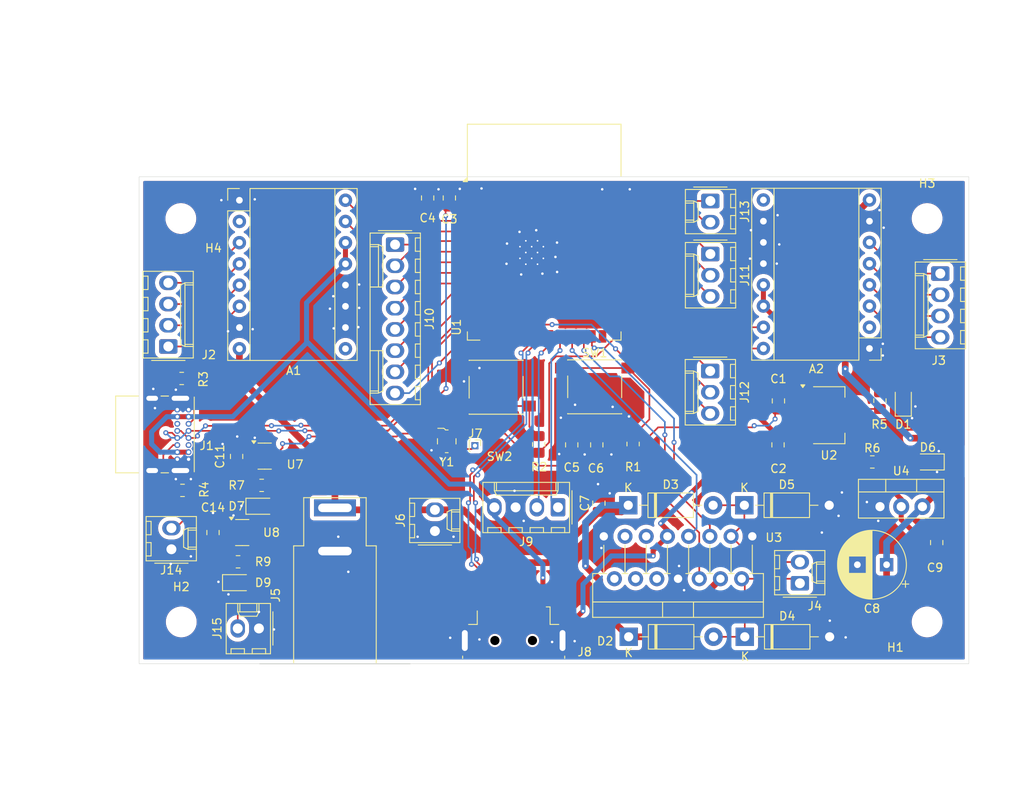
<source format=kicad_pcb>
(kicad_pcb (version 20241229) (generator "pcbnew") (generator_version "9.0")
  (layers (0 "F.Cu" signal) (2 "B.Cu" signal) (13 "F.Paste" user) (15 "B.Paste" user) (5 "F.SilkS" user "F.Silkscreen") (7 "B.SilkS" user "B.Silkscreen") (1 "F.Mask" user) (3 "B.Mask" user) (25 "Edge.Cuts" user))
  (net 0 "")
  (net 1 "Net-(A1-A1)")
  (net 2 "/Swivel Dir")
  (net 3 "GND")
  (net 4 "Net-(A1-B2)")
  (net 6 "+5V")
  (net 7 "/Swivel Step")
  (net 8 "Net-(A1-B1)")
  (net 9 "+12V")
  (net 11 "Net-(A2-B2)")
  (net 12 "/Supply Step")
  (net 15 "/Supply Dir")
  (net 16 "Net-(A2-A2)")
  (net 17 "Net-(A2-B1)")
  (net 18 "Net-(A2-A1)")
  (net 19 "+3.3V")
  (net 20 "EN")
  (net 21 "Net-(D1-A)")
  (net 22 "Net-(D2-A)")
  (net 23 "Net-(D3-A)")
  (net 24 "Net-(D6-A)")
  (net 26 "D+")
  (net 27 "D-")
  (net 28 "Net-(J1-CC2)")
  (net 29 "Net-(J1-CC1)")
  (net 31 "Net-(J7-Pin_1)")
  (net 32 "/Camera D-")
  (net 33 "/Camera D+")
  (net 34 "/TOF TX")
  (net 35 "/TOF RX")
  (net 36 "/pin 33")
  (net 37 "/pin 34")
  (net 38 "/pin 35")
  (net 39 "BOOT")
  (net 40 "Net-(R2-Pad2)")
  (net 41 "/Ejection IN1")
  (net 42 "/Ejection IN2")
  (net 43 "/Ejection PWM")
  (net 49 "Net-(A1-A2)")
  (net 52 "unconnected-(U1-IO46-Pad16)")
  (net 53 "/pin 30")
  (net 54 "/pin 29")
  (net 55 "/pin 28")
  (net 56 "unconnected-(U1-IO45-Pad26)")
  (net 57 "unconnected-(U1-IO9-Pad17)")
  (net 58 "unconnected-(U1-IO10-Pad18)")
  (net 59 "/pin 10")
  (net 60 "/pin 11")
  (net 61 "/pin 6")
  (net 62 "/pin 7")
  (net 63 "/pin 8")
  (net 64 "/pin 9")
  (net 65 "/pin 12")
  (net 66 "/pin 15")
  (net 67 "/pin 39")
  (net 68 "/pin 40")
  (net 69 "+2.7V")
  (net 70 "+1.2V")
  (net 71 "Net-(D7-A)")
  (net 72 "Net-(D9-A)")
  (footprint "Connector_Molex:Molex_KK-254_AE-6410-02A_1x02_P2.54mm_Vertical" (layer "F.Cu") (at 102.02 101 90)
    (property "Reference" "J14")
    (property "Value" "Conn_01x02")
  )
  (footprint "LED_SMD:LED_0805_2012Metric_Pad1.15x1.40mm_HandSolder" (layer "F.Cu") (at 112.8 95.85)
    (property "Reference" "D7")
    (property "Value" "2.7VLED")
  )
  (footprint "Capacitor_SMD:C_0805_2012Metric_Pad1.18x1.45mm_HandSolder" (layer "F.Cu") (at 132.7 58.9375 90)
    (property "Reference" "C4")
    (property "Value" "100nF")
  )
  (footprint "Capacitor_SMD:C_0805_2012Metric_Pad1.18x1.45mm_HandSolder" (layer "F.Cu") (at 174.7 83.2375 90)
    (property "Reference" "C1")
    (property "Value" "22uF")
  )
  (footprint "Package_TO_SOT_SMD:SOT-23-3" (layer "F.Cu") (at 110.5 99)
    (property "Reference" "U8")
    (property "Value" "XC6206P122MR-G")
  )
  (footprint "Diode_THT:D_DO-41_SOD81_P10.16mm_Horizontal" (layer "F.Cu") (at 170.62 95.73)
    (property "Reference" "D5")
    (property "Value" "1N4001")
  )
  (footprint "Capacitor_SMD:C_0805_2012Metric_Pad1.18x1.45mm_HandSolder" (layer "F.Cu") (at 193.65 100.2 -90)
    (property "Reference" "C9")
    (property "Value" "1uF")
  )
  (footprint "Package_TO_SOT_THT:TO-220-3_Vertical" (layer "F.Cu") (at 186.86 95.895)
    (property "Reference" "U4")
    (property "Value" "LM7905_TO220")
  )
  (footprint "Resistor_SMD:R_0805_2012Metric_Pad1.20x1.40mm_HandSolder" (layer "F.Cu") (at 112.825 93.35)
    (property "Reference" "R7")
    (property "Value" "5k")
  )
  (footprint "RF_Module:ESP32-S3-WROOM-1" (layer "F.Cu") (at 146.655 63.01)
    (property "Reference" "U1")
    (property "Value" "ESP32-S3-WROOM-1")
  )
  (footprint "MountingHole:MountingHole_3.2mm_M3" (layer "F.Cu") (at 192.5 61.4)
    (property "Reference" "H3")
    (property "Value" "MountingHole")
  )
  (footprint "Connector_Molex:Molex_KK-254_AE-6410-02A_1x02_P2.54mm_Vertical" (layer "F.Cu") (at 133.57 98.82 90)
    (property "Reference" "J6")
    (property "Value" "Conn_01x02")
  )
  (footprint "Capacitor_THT:CP_Radial_D8.0mm_P3.50mm" (layer "F.Cu") (at 187.65 102.85 180)
    (property "Reference" "C8")
    (property "Value" "470uF")
  )
  (footprint "MountingHole:MountingHole_3.2mm_M3" (layer "F.Cu") (at 192.5 109.7)
    (property "Reference" "H1")
    (property "Value" "MountingHole")
  )
  (footprint "MountingHole:MountingHole_3.2mm_M3" (layer "F.Cu") (at 103.15 61.4)
    (property "Reference" "H4")
    (property "Value" "MountingHole")
  )
  (footprint "Connector_Molex:Molex_KK-254_AE-6410-04A_1x04_P2.54mm_Vertical" (layer "F.Cu") (at 101.65 76.72 90)
    (property "Reference" "J2")
    (property "Value" "Swivel Motor")
  )
  (footprint "LED_SMD:LED_0805_2012Metric_Pad1.15x1.40mm_HandSolder" (layer "F.Cu") (at 189.65 83.2 90)
    (property "Reference" "D1")
    (property "Value" "3.3VLED")
  )
  (footprint "Connector_PinHeader_1.00mm:PinHeader_1x01_P1.00mm_Vertical" (layer "F.Cu") (at 138.36 88.6 -90)
    (property "Reference" "J7")
    (property "Value" "Conn_01x01_Pin")
  )
  (footprint "Package_TO_SOT_SMD:SOT-223-3_TabPin2" (layer "F.Cu") (at 180.75 84.95)
    (property "Reference" "U2")
    (property "Value" "AMS1117-3.3")
  )
  (footprint "Package_TO_SOT_THT:TO-220-15_P2.54x5.08mm_StaggerOdd_Lead4.58mm_Vertical" (layer "F.Cu") (at 171.57 99.45 180)
    (property "Reference" "U3")
    (property "Value" "L298N")
  )
  (footprint "Module:Pololu_Breakout-16_15.2x20.3mm" (layer "F.Cu") (at 185.6 76.96 180)
    (property "Reference" "A2")
    (property "Value" "Pololu_Breakout_DRV8825")
  )
  (footprint "Connector_Molex:Molex_KK-254_AE-6410-04A_1x04_P2.54mm_Vertical" (layer "F.Cu") (at 194.08 67.99 -90)
    (property "Reference" "J3")
    (property "Value" "Supply Motor")
  )
  (footprint "Resistor_SMD:R_0805_2012Metric_Pad1.20x1.40mm_HandSolder" (layer "F.Cu") (at 110 102.5)
    (property "Reference" "R9")
    (property "Value" "5k")
  )
  (footprint "Connector_USB:USB_A_Molex_48037-2200_Horizontal" (layer "F.Cu") (at 143 120.3 -90)
    (property "Reference" "J8")
    (property "Value" "USB_A")
  )
  (footprint "Capacitor_SMD:C_0805_2012Metric_Pad1.18x1.45mm_HandSolder" (layer "F.Cu") (at 109.825 89.8875 90)
    (property "Reference" "C11")
    (property "Value" "10uF")
  )
  (footprint "Capacitor_SMD:C_0805_2012Metric_Pad1.18x1.45mm_HandSolder" (layer "F.Cu") (at 149.95 88.5 -90)
    (property "Reference" "C5")
    (property "Value" "1uF")
  )
  (footprint "Connector_Molex:Molex_KK-254_AE-6410-08A_1x08_P2.54mm_Vertical" (layer "F.Cu") (at 128.8 64.52 -90)
    (property "Reference" "J10")
    (property "Value" "Conn_01x08")
  )
  (footprint "Resistor_SMD:R_0805_2012Metric_Pad1.20x1.40mm_HandSolder" (layer "F.Cu") (at 103.25 80.55 180)
    (property "Reference" "R3")
    (property "Value" "5.1k")
  )
  (footprint "Resistor_SMD:R_0805_2012Metric_Pad1.20x1.40mm_HandSolder" (layer "F.Cu") (at 185.94 90.545)
    (property "Reference" "R6")
    (property "Value" "5k")
  )
  (footprint "LED_SMD:LED_0805_2012Metric_Pad1.15x1.40mm_HandSolder" (layer "F.Cu") (at 110 105)
    (property "Reference" "D9")
    (property "Value" "1.2VLED")
  )
  (footprint "Module:Pololu_Breakout-16_15.2x20.3mm" (layer "F.Cu") (at 110.16 59.21)
    (property "Reference" "A1")
    (property "Value" "Pololu_Breakout_DRV8825")
  )
  (footprint "Capacitor_SMD:C_0805_2012Metric_Pad1.18x1.45mm_HandSolder" (layer "F.Cu") (at 153.2 95.48 90)
    (property "Reference" "C7")
    (property "Value" "220uF")
  )
  (footprint "Connector_Molex:Molex_KK-254_AE-6410-04A_1x04_P2.54mm_Vertical" (layer "F.Cu") (at 148.31 95.98 180)
    (property "Reference" "J9")
    (property "Value" "Conn_01x04")
  )
  (footprint "Connector_BarrelJack:BarrelJack_SwitchcraftConxall_RAPC10U_Horizontal" (layer "F.Cu") (at 121.6 96.04 90)
    (property "Reference" "J5")
    (property "Value" "12V IN")
    (fp_line (start -18.67 -9) (end -18.67 9) (stroke (width 0.12)) (layer "Edge.Cuts"))
  )
  (footprint "Package_TO_SOT_SMD:SOT-23-3" (layer "F.Cu") (at 113.1875 89.85)
    (property "Reference" "U7")
    (property "Value" "XC6206P272MR-G")
  )
  (footprint "Connector_USB:USB_C_Receptacle_GCT_USB4085" (layer "F.Cu") (at 104.075 84.275 -90)
    (property "Reference" "J1")
    (property "Value" "USB_C_Receptacle_USB2.0_16P")
  )
  (footprint "Button_Switch_SMD:SW_SPST_PTS645" (layer "F.Cu") (at 140.9 81.6 180)
    (property "Reference" "SW2")
    (property "Value" "BOOT")
  )
  (footprint "Resistor_SMD:R_0805_2012Metric_Pad1.20x1.40mm_HandSolder" (layer "F.Cu") (at 103.35 93.95)
    (property "Reference" "R4")
    (property "Value" "5.1k")
  )
  (footprint "Connector_Molex:Molex_KK-254_AE-6410-03A_1x03_P2.54mm_Vertical" (layer "F.Cu") (at 166.53 79.66 -90)
    (property "Reference" "J12")
    (property "Value" "Conn_01x03")
  )
  (footprint "Diode_THT:D_DO-41_SOD81_P10.16mm_Horizontal" (layer "F.Cu") (at 156.72 95.73)
    (property "Reference" "D3")
    (property "Value" "1N4001")
  )
  (footprint "Capacitor_SMD:C_0805_2012Metric_Pad1.18x1.45mm_HandSolder" (layer "F.Cu") (at 107 99 90)
    (property "Reference" "C14")
    (property "Value" "10uF")
  )
  (footprint "Connector_Molex:Molex_KK-254_AE-6410-03A_1x03_P2.54mm_Vertical" (layer "F.Cu") (at 166.55 65.65 -90)
    (property "Reference" "J11")
    (property "Value" "Conn_01x03")
  )
  (footprint "Diode_THT:D_DO-41_SOD81_P10.16mm_Horizontal" (layer "F.Cu") (at 170.67 111.48)
    (property "Reference" "D4")
    (property "Value" "1N4001")
  )
  (footprint "Oscillator:Oscillator_SMD_ECS_2520MV-xxx-xx-4Pin_2.5x2.0mm" (layer "F.Cu") (at 134.985 88.075)
    (property "Reference" "Y1")
    (property "Value" "ECS-2520MV-xxx-xx")
  )
  (footprint "Resistor_SMD:R_0805_2012Metric_Pad1.20x1.40mm_HandSolder" (layer "F.Cu") (at 157.3 88.4 90)
    (property "Reference" "R1")
    (property "Value" "10k")
  )
  (footprint "Connector_Molex:Molex_KK-254_AE-6410-02A_1x02_P2.54mm_Vertical" (layer "F.Cu") (at 166.55 59.3 -90)
    (property "Reference" "J13")
    (property "Value" "Conn_01x02")
  )
  (footprint "Capacitor_SMD:C_0805_2012Metric_Pad1.18x1.45mm_HandSolder" (layer "F.Cu") (at 152.95 88.5 90)
    (property "Reference" "C6")
    (property "Value" "100nF")
  )
  (footprint "Capacitor_SMD:C_0805_2012Metric_Pad1.18x1.45mm_HandSolder" (layer "F.Cu") (at 135.3 58.9375 90)
    (property "Reference" "C3")
    (property "Value" "10uF")
  )
  (footprint "Capacitor_SMD:C_0805_2012Metric_Pad1.18x1.45mm_HandSolder" (layer "F.Cu") (at 174.65 88.5 -90)
    (property "Reference" "C2")
    (property "Value" "10uF")
  )
  (footprint "MountingHole:MountingHole_3.2mm_M3" (layer "F.Cu") (at 103.2 109.7)
    (property "Reference" "H2")
    (property "Value" "MountingHole")
  )
  (footprint "Resistor_SMD:R_0805_2012Metric_Pad1.20x1.40mm_HandSolder" (layer "F.Cu") (at 186.85 83.2 90)
    (property "Reference" "R5")
    (property "Value" "5k")
  )
  (footprint "Resistor_SMD:R_0805_2012Metric_Pad1.20x1.40mm_HandSolder" (layer "F.Cu") (at 146 88.45 90)
    (property "Reference" "R2")
    (property "Value" "100")
  )
  (footprint "Connector_Molex:Molex_KK-254_AE-6410-02A_1x02_P2.54mm_Vertical" (layer "F.Cu") (at 112.5 110.48 180)
    (property "Reference" "J15")
    (property "Value" "Conn_01x02")
  )
  (footprint "Diode_THT:D_DO-41_SOD81_P10.16mm_Horizontal" (layer "F.Cu") (at 156.77 111.48)
    (property "Reference" "D2")
    (property "Value" "1N4001")
  )
  (footprint "Connector_Molex:Molex_KK-254_AE-6410-02A_1x02_P2.54mm_Vertical" (layer "F.Cu") (at 177.27 105.07 90)
    (property "Reference" "J4")
    (property "Value" "Ejection Motor")
  )
  (footprint "Button_Switch_SMD:SW_SPST_PTS645" (layer "F.Cu") (at 152.7 81.55)
    (property "Reference" "SW1")
    (property "Value" "RESET")
  )
  (footprint "LED_SMD:LED_0805_2012Metric_Pad1.15x1.40mm_HandSolder" (layer "F.Cu") (at 192.69 90.545 180)
    (property "Reference" "D6")
    (property "Value" "5VLED")
  )
  (gr_rect (start 98.15 56.4) (end 197.5 114.7) (stroke (width 0.05)) (fill no) (layer "Edge.Cuts"))
  (segment (start 101.65 71.64) (end 105.35 71.64) (width 0.2) (layer "F.Cu") (net 1))
  (segment (start 105.35 71.64) (end 110.16 66.83) (width 0.2) (layer "F.Cu") (net 1))
  (segment (start 122.86 59.21) (end 125.33 61.68) (width 0.2) (layer "F.Cu") (net 2))
  (segment (start 125.33 61.68) (end 137.75 61.68) (width 0.2) (layer "F.Cu") (net 2))
  (via (at 156.8 85.1) (size 0.6) (drill 0.3) (layers "F.Cu" "B.Cu") (net 3))
  (via (at 148.45 89.6) (size 0.6) (drill 0.3) (layers "F.Cu" "B.Cu") (net 3))
  (via (at 143.7 63) (size 0.6) (drill 0.3) (layers "F.Cu" "B.Cu") (net 3))
  (via (at 135.4 111.6) (size 0.6) (drill 0.3) (layers "F.Cu" "B.Cu") (net 3))
  (via (at 139.15 57.8) (size 0.6) (drill 0.3) (layers "F.Cu" "B.Cu") (net 3))
  (via (at 144.2 97.6) (size 0.6) (drill 0.3) (layers "F.Cu" "B.Cu") (net 3))
  (via (at 171.4 62.8) (size 0.6) (drill 0.3) (layers "F.Cu" "B.Cu") (net 3))
  (via (at 131.2 57.85) (size 0.6) (drill 0.3) (layers "F.Cu" "B.Cu") (net 3))
  (via (at 151.5 89.65) (size 0.6) (drill 0.3) (layers "F.Cu" "B.Cu") (net 3))
  (via (at 99.85 81.8) (size 0.6) (drill 0.3) (layers "F.Cu" "B.Cu") (net 3))
  (via (at 121.4 70.7) (size 0.6) (drill 0.3) (layers "F.Cu" "B.Cu") (net 3))
  (via (at 185.29 95.345) (size 0.6) (drill 0.3) (layers "F.Cu" "B.Cu") (net 3))
  (via (at 174.5 66.8) (size 0.6) (drill 0.3) (layers "F.Cu" "B.Cu") (net 3))
  (via (at 108.15 88.4) (size 0.6) (drill 0.3) (layers "F.Cu" "B.Cu") (net 3))
  (via (at 150.35 83.7) (size 0.6) (drill 0.3) (layers "F.Cu" "B.Cu") (net 3))
  (via (at 124.5 69.3) (size 0.6) (drill 0.3) (layers "F.Cu" "B.Cu") (net 3))
  (via (at 134 57.9) (size 0.6) (drill 0.3) (layers "F.Cu" "B.Cu") (net 3))
  (via (at 163.4 105.9) (size 0.6) (drill 0.3) (layers "F.Cu" "B.Cu") (net 3))
  (via (at 138.9 79.3) (size 0.6) (drill 0.3) (layers "F.Cu" "B.Cu") (net 3))
  (via (at 153.5 100.85) (size 0.6) (drill 0.3) (layers "F.Cu" "B.Cu") (net 3))
  (via (at 148.189679 64.280497) (size 0.6) (drill 0.3) (layers "F.Cu" "B.Cu") (net 3))
  (via (at 154.5 94.3) (size 0.6) (drill 0.3) (layers "F.Cu" "B.Cu") (net 3))
  (via (at 107 96.65) (size 0.6) (drill 0.3) (layers "F.Cu" "B.Cu") (net 3))
  (via (at 136.55 57.85) (size 0.6) (drill 0.3) (layers "F.Cu" "B.Cu") (net 3))
  (via (at 156.9 57.9) (size 0.6) (drill 0.3) (layers "F.Cu" "B.Cu") (net 3))
  (via (at 143.9 68.1) (size 0.6) (drill 0.3) (layers "F.Cu" "B.Cu") (net 3))
  (via (at 101.95 102.75) (size 0.6) (drill 0.3) (layers "F.Cu" "B.Cu") (net 3))
  (via (at 143.1 94) (size 0.6) (drill 0.3) (layers "F.Cu" "B.Cu") (net 3))
  (via (at 142.2 64.4) (size 0.6) (drill 0.3) (layers "F.Cu" "B.Cu") (net 3))
  (via (at 102.55 92.6) (size 0.6) (drill 0.3) (layers "F.Cu" "B.Cu") (net 3))
  (via (at 108 59.2) (size 0.6) (drill 0.3) (layers "F.Cu" "B.Cu") (net 3))
  (via (at 124.5 72.1) (size 0.6) (drill 0.3) (layers "F.Cu" "B.Cu") (net 3))
  (via (at 186.65 97.6) (size 0.6) (drill 0.3) (layers "F.Cu" "B.Cu") (net 3))
  (via (at 187.3 62.5) (size 0.6) (drill 0.3) (layers "F.Cu" "B.Cu") (net 3))
  (via (at 137.05 80.9) (size 0.6) (drill 0.3) (layers "F.Cu" "B.Cu") (net 3))
  (via (at 180.85 109.55) (size 0.6) (drill 0.3) (layers "F.Cu" "B.Cu") (net 3))
  (via (at 114.3 110.6) (size 0.6) (drill 0.3) (layers "F.Cu" "B.Cu") (net 3))
  (via (at 108.85 106.4) (size 0.6) (drill 0.3) (layers "F.Cu" "B.Cu") (net 3))
  (via (at 131.5 99.5) (size 0.6) (drill 0.3) (layers "F.Cu" "B.Cu") (net 3))
  (via (at 179.9 99) (size 0.6) (drill 0.3) (layers "F.Cu" "B.Cu") (net 3))
  (via (at 121 72.2) (size 0.6) (drill 0.3) (layers "F.Cu" "B.Cu") (net 3))
  (via (at 148.2 67.8) (size 0.6) (drill 0.3) (layers "F.Cu" "B.Cu") (net 3))
  (via (at 112.5 108.5) (size 0.6) (drill 0.3) (layers "F.Cu" "B.Cu") (net 3))
  (via (at 148 66) (size 0.6) (drill 0.3) (layers "F.Cu" "B.Cu") (net 3))
  (via (at 135.8 99.5) (size 0.6) (drill 0.3) (layers "F.Cu" "B.Cu") (net 3))
  (via (at 181.9 97) (size 0.6) (drill 0.3) (layers "F.Cu" "B.Cu") (net 3))
  (via (at 111.75 74.65) (size 0.6) (drill 0.3) (layers "F.Cu" "B.Cu") (net 3))
  (via (at 109.45 96.95) (size 0.6) (drill 0.3) (layers "F.Cu" "B.Cu") (net 3))
  (via (at 121.45 74.55) (size 0.6) (drill 0.3) (layers "F.Cu" "B.Cu") (net 3))
  (via (at 145.7 62.8) (size 0.6) (drill 0.3) (layers "F.Cu" "B.Cu") (net 3))
  (via (at 124.4 74.4) (size 0.6) (drill 0.3) (layers "F.Cu" "B.Cu") (net 3))
  (via (at 142.140808 66.82018) (size 0.6) (drill 0.3) (layers "F.Cu" "B.Cu") (net 3))
  (via (at 104.35 92.6) (size 0.6) (drill 0.3) (layers "F.Cu" "B.Cu") (net 3))
  (via (at 190.7 85.3) (size 0.6) (drill 0.3) (layers "F.Cu" "B.Cu") (net 3))
  (via (at 154.7 89.65) (size 0.6) (drill 0.3) (layers "F.Cu" "B.Cu") (net 3))
  (via (at 193.69 91.745) (size 0.6) (drill 0.3) (layers "F.Cu" "B.Cu") (net 3))
  (via (at 102.55 81.9) (size 0.6) (drill 0.3) (layers "F.Cu" "B.Cu") (net 3))
  (via (at 104.35 101.85) (size 0.6) (drill 0.3) (layers "F.Cu" "B.Cu") (net 3))
  (via (at 182.75 111.55) (size 0.6) (drill 0.3) (layers "F.Cu" "B.Cu") (net 3))
  (via (at 138.9 111.8) (size 0.6) (drill 0.3) (layers "F.Cu" "B.Cu") (net 3))
  (via (at 187.2 76.4) (size 0.6) (drill 0.3) (layers "F.Cu" "B.Cu") (net 3))
  (via (at 134.36 90.15) (size 0.6) (drill 0.3) (layers "F.Cu" "B.Cu") (net 3))
  (via (at 148.65 85.25) (size 0.6) (drill 0.3) (layers "F.Cu" "B.Cu") (net 3))
  (via (at 153.6 57.9) (size 0.6) (drill 0.3) (layers "F.Cu" "B.Cu") (net 3))
  (via (at 100.05 84.1) (size 0.6) (drill 0.3) (layers "F.Cu" "B.Cu") (net 3))
  (via (at 193.9 89.25) (size 0.6) (drill 0.3) (layers "F.Cu" "B.Cu") (net 3))
  (via (at 110.4 95.8) (size 0.6) (drill 0.3) (layers "F.Cu" "B.Cu") (net 3))
  (via (at 122 99.5) (size 0.6) (drill 0.3) (layers "F.Cu" "B.Cu") (net 3))
  (via (at 154.85 83.95) (size 0.6) (drill 0.3) (layers "F.Cu" "B.Cu") (net 3))
  (via (at 162.8 103) (size 0.6) (drill 0.3) (layers "F.Cu" "B.Cu") (net 3))
  (via (at 123.2 103.7) (size 0.6) (drill 0.3) (layers "F.Cu" "B.Cu") (net 3))
  (via (at 182.3 94.2) (size 0.6) (drill 0.3) (layers "F.Cu" "B.Cu") (net 3))
  (via (at 187.2 77.8) (size 0.6) (drill 0.3) (layers "F.Cu" "B.Cu") (net 3))
  (via (at 146.440354 68.000447) (size 0.6) (drill 0.3) (layers "F.Cu" "B.Cu") (net 3))
  (via (at 112 87.65) (size 0.6) (drill 0.3) (layers "F.Cu" "B.Cu") (net 3))
  (via (at 112 59.1) (size 0.6) (drill 0.3) (layers "F.Cu" "B.Cu") (net 3))
  (via (at 174.6 61) (size 0.6) (drill 0.3) (layers "F.Cu" "B.Cu") (net 3))
  (via (at 171.3 66.2) (size 0.6) (drill 0.3) (layers "F.Cu" "B.Cu") (net 3))
  (via (at 147.6 112.1) (size 0.6) (drill 0.3) (layers "F.Cu" "B.Cu") (net 3))
  (via (at 186.8 60.4) (size 0.6) (drill 0.3) (layers "F.Cu" "B.Cu") (net 3))
  (via (at 191.1 83.9) (size 0.6) (drill 0.3) (layers "F.Cu" "B.Cu") (net 3))
  (via (at 133.16 89.15) (size 0.6) (drill 0.3) (layers "F.Cu" "B.Cu") (net 3))
  (via (at 153.1 93.2) (size 0.6) (drill 0.3) (layers "F.Cu" "B.Cu") (net 3))
  (via (at 174.8 64.5) (size 0.6) (drill 0.3) (layers "F.Cu" "B.Cu") (net 3))
  (via (at 150.3 112) (size 0.6) (drill 0.3) (layers "F.Cu" "B.Cu") (net 3))
  (via (at 107.65 104.9) (size 0.6) (drill 0.3) (layers "F.Cu" "B.Cu") (net 3))
  (via (at 109.9 87.5) (size 0.6) (drill 0.3) (layers "F.Cu" "B.Cu") (net 3))
  (via (at 108.8 74.9) (size 0.6) (drill 0.3) (layers "F.Cu" "B.Cu") (net 3))
  (segment (start 101.65 76.72) (end 105.35 76.72) (width 0.2) (layer "F.Cu") (net 4))
  (segment (start 105.35 76.72) (end 110.16 71.91) (width 0.2) (layer "F.Cu") (net 4))
  (segment (start 175.1 78) (end 175.1 74.08) (width 0.6) (layer "F.Cu") (net 6))
  (segment (start 159.7 101.16) (end 161.41 99.45) (width 0.6) (layer "F.Cu") (net 6))
  (segment (start 174.65 87.4625) (end 172.6 85.4125) (width 0.6) (layer "F.Cu") (net 6))
  (segment (start 146.5 109.325) (end 146.5 104.4) (width 0.6) (layer "F.Cu") (net 6))
  (segment (start 161.41 99.45) (end 161.41 98.71) (width 0.6) (layer "F.Cu") (net 6))
  (segment (start 146.5 109.325) (end 150.375 109.325) (width 0.6) (layer "F.Cu") (net 6))
  (segment (start 161.41 98.71) (end 160.6 97.9) (width 0.6) (layer "F.Cu") (net 6))
  (segment (start 184.94 90.545) (end 189.4 95.005) (width 0.6) (layer "F.Cu") (net 6))
  (segment (start 172.9 71.88) (end 172.9 69.34) (width 0.6) (layer "F.Cu") (net 6))
  (segment (start 183.34 90.545) (end 180.045 87.25) (width 0.6) (layer "F.Cu") (net 6))
  (segment (start 164.3 94.2) (end 171.0375 87.4625) (width 0.6) (layer "F.Cu") (net 6))
  (segment (start 150.375 109.325) (end 151.3 108.4) (width 0.6) (layer "F.Cu") (net 6))
  (segment (start 171.0375 87.4625) (end 174.65 87.4625) (width 0.6) (layer "F.Cu") (net 6))
  (segment (start 189.4 97.45) (end 191.1125 99.1625) (width 0.6) (layer "F.Cu") (net 6))
  (segment (start 102.725 85.125) (end 104.075 85.125) (width 0.6) (layer "F.Cu") (net 6))
  (segment (start 191.1125 99.1625) (end 193.65 99.1625) (width 0.6) (layer "F.Cu") (net 6))
  (segment (start 174.65 87.4625) (end 177.3875 87.4625) (width 0.6) (layer "F.Cu") (net 6))
  (segment (start 102.725 89.375) (end 104.075 89.375) (width 0.6) (layer "F.Cu") (net 6))
  (segment (start 180.045 87.25) (end 177.6 87.25) (width 0.6) (layer "F.Cu") (net 6))
  (segment (start 172.6 85.4125) (end 172.6 80.5) (width 0.6) (layer "F.Cu") (net 6))
  (segment (start 189.4 96.05) (end 189.4 95.895) (width 0.6) (layer "F.Cu") (net 6))
  (segment (start 175.1 74.08) (end 172.9 71.88) (width 0.6) (layer "F.Cu") (net 6))
  (segment (start 172.6 80.5) (end 175.1 78) (width 0.6) (layer "F.Cu") (net 6))
  (segment (start 189.4 95.895) (end 189.4 97.45) (width 0.6) (layer "F.Cu") (net 6))
  (segment (start 177.3875 87.4625) (end 177.6 87.25) (width 0.6) (layer "F.Cu") (net 6))
  (segment (start 159.7 101.8) (end 159.7 101.16) (width 0.6) (layer "F.Cu") (net 6))
  (segment (start 122.86 66.83) (end 122.86 64.29) (width 0.6) (layer "F.Cu") (net 6))
  (segment (start 189.4 95.005) (end 189.4 95.895) (width 0.6) (layer "F.Cu") (net 6))
  (segment (start 184.94 90.545) (end 183.34 90.545) (width 0.6) (layer "F.Cu") (net 6))
  (via (at 146.5 104.4) (size 0.5) (drill 0.3) (layers "F.Cu" "B.Cu") (net 6))
  (via (at 159.7 101.8) (size 0.5) (drill 0.3) (layers "F.Cu" "B.Cu") (net 6))
  (via (at 160.6 97.9) (size 0.5) (drill 0.3) (layers "F.Cu" "B.Cu") (net 6))
  (via (at 164.3 94.2) (size 0.5) (drill 0.3) (layers "F.Cu" "B.Cu") (net 6))
  (via (at 151.3 108.4) (size 0.5) (drill 0.3) (layers "F.Cu" "B.Cu") (net 6))
  (segment (start 160.6 97.9) (end 164.3 94.2) (width 0.6) (layer "B.Cu") (net 6))
  (segment (start 118.2 76.3) (end 118.2 71.49) (width 0.6) (layer "B.Cu") (net 6))
  (segment (start 118.4 76.3) (end 135.3 93.2) (width 0.6) (layer "B.Cu") (net 6))
  (segment (start 140.69 96.99) (end 146.5 102.8) (width 0.6) (layer "B.Cu") (net 6))
  (segment (start 99.65 86.95) (end 101.475 85.125) (width 0.6) (layer "B.Cu") (net 6))
  (segment (start 101.475 85.125) (end 102.725 85.125) (width 0.6) (layer "B.Cu") (net 6))
  (segment (start 146.5 102.8) (end 146.5 104.4) (width 0.6) (layer "B.Cu") (net 6))
  (segment (start 151.3 105.2) (end 154.7 101.8) (width 0.6) (layer "B.Cu") (net 6))
  (segment (start 118.2 76.3) (end 118.4 76.3) (width 0.6) (layer "B.Cu") (net 6))
  (segment (start 100.625 89.375) (end 99.65 88.4) (width 0.6) (layer "B.Cu") (net 6))
  (segment (start 154.7 101.8) (end 159.7 101.8) (width 0.6) (layer "B.Cu") (net 6))
  (segment (start 109.375 85.125) (end 118.2 76.3) (width 0.6) (layer "B.Cu") (net 6))
  (segment (start 99.65 88.4) (end 99.65 86.95) (width 0.6) (layer "B.Cu") (net 6))
  (segment (start 137.91 93.2) (end 140.69 95.98) (width 0.6) (layer "B.Cu") (net 6))
  (segment (start 118.2 71.49) (end 122.86 66.83) (width 0.6) (layer "B.Cu") (net 6))
  (segment (start 109.375 85.125) (end 104.075 85.125) (width 0.6) (layer "B.Cu") (net 6))
  (segment (start 140.69 95.98) (end 140.69 96.99) (width 0.6) (layer "B.Cu") (net 6))
  (segment (start 102.725 89.375) (end 100.625 89.375) (width 0.6) (layer "B.Cu") (net 6))
  (segment (start 151.3 108.4) (end 151.3 105.2) (width 0.6) (layer "B.Cu") (net 6))
  (segment (start 135.3 93.2) (end 137.91 93.2) (width 0.6) (layer "B.Cu") (net 6))
  (segment (start 124.06 62.95) (end 137.75 62.95) (width 0.2) (layer "F.Cu") (net 7))
  (segment (start 122.86 61.75) (end 124.06 62.95) (width 0.2) (layer "F.Cu") (net 7))
  (segment (start 101.65 74.18) (end 105.35 74.18) (width 0.2) (layer "F.Cu") (net 8))
  (segment (start 105.35 74.18) (end 110.16 69.37) (width 0.2) (layer "F.Cu") (net 8))
  (segment (start 133.57 96.28) (end 121.89 96.28) (width 0.8) (layer "F.Cu") (net 9))
  (segment (start 133.57 96.28) (end 136.98 96.28) (width 0.8) (layer "F.Cu") (net 9))
  (segment (start 121.6 91.9) (end 121.6 95.99) (width 0.8) (layer "F.Cu") (net 9))
  (segment (start 153.3 108.01) (end 153.3 104.9845) (width 0.8) (layer "F.Cu") (net 9))
  (segment (start 136.98 96.28) (end 143.3 102.6) (width 0.8) (layer "F.Cu") (net 9))
  (segment (start 183.4 113.8) (end 185.6 111.6) (width 0.8) (layer "F.Cu") (net 9))
  (segment (start 163.13 113.8) (end 183.4 113.8) (width 0.8) (layer "F.Cu") (net 9))
  (segment (start 187.65 107.85) (end 187.65 102.85) (width 0.8) (layer "F.Cu") (net 9))
  (segment (start 185.6 111.6) (end 185.6 109.9) (width 0.8) (layer "F.Cu") (net 9))
  (segment (start 110.16 80.46) (end 121.6 91.9) (width 0.8) (layer "F.Cu") (net 9))
  (segment (start 185.6 109.9) (end 187.65 107.85) (width 0.8) (layer "F.Cu") (net 9))
  (segment (start 190.5 87.7) (end 194.6 87.7) (width 0.8) (layer "F.Cu") (net 9))
  (segment (start 182.7 62.08) (end 182.7 79.4) (width 0.8) (layer "F.Cu") (net 9))
  (segment (start 167.76 104.53) (end 160.81 111.48) (width 0.8) (layer "F.Cu") (net 9))
  (segment (start 160.81 111.48) (end 163.13 113.8) (width 0.8) (layer "F.Cu") (net 9))
  (segment (start 147.1175 102.6) (end 149.0165 100.701) (width 0.8) (layer "F.Cu") (net 9))
  (segment (start 160.81 111.48) (end 156.77 111.48) (width 0.8) (layer "F.Cu") (net 9))
  (segment (start 196.15 91.685) (end 191.94 95.895) (width 0.8) (layer "F.Cu") (net 9))
  (segment (start 196.15 89.25) (end 196.15 91.685) (width 0.8) (layer "F.Cu") (net 9))
  (segment (start 153.2 96.5175) (end 155.9325 96.5175) (width 0.8) (layer "F.Cu") (net 9))
  (segment (start 143.3 102.6) (end 147.1175 102.6) (width 0.8) (layer "F.Cu") (net 9))
  (segment (start 155.9325 96.5175) (end 156.72 95.73) (width 0.8) (layer "F.Cu") (net 9))
  (segment (start 153.3 104.7) (end 151.6 103) (width 0.8) (layer "F.Cu") (net 9))
  (segment (start 149.0165 100.701) (end 153.2 96.5175) (width 0.8) (layer "F.Cu") (net 9))
  (segment (start 110.16 76.99) (end 110.16 80.46) (width 0.8) (layer "F.Cu") (net 9))
  (segment (start 185.6 59.18) (end 182.7 62.08) (width 0.8) (layer "F.Cu") (net 9))
  (segment (start 156.77 111.48) (end 153.3 108.01) (width 0.8) (layer "F.Cu") (net 9))
  (segment (start 153.3 104.9845) (end 153.3 104.7) (width 0.8) (layer "F.Cu") (net 9))
  (segment (start 194.6 87.7) (end 196.15 89.25) (width 0.8) (layer "F.Cu") (net 9))
  (via (at 190.5 87.7) (size 0.5) (drill 0.3) (layers "F.Cu" "B.Cu") (net 9))
  (via (at 151.6 103) (size 0.5) (drill 0.3) (layers "F.Cu" "B.Cu") (net 9))
  (via (at 182.7 79.4) (size 0.5) (drill 0.3) (layers "F.Cu" "B.Cu") (net 9))
  (segment (start 187.65 100.185) (end 191.94 95.895) (width 0.8) (layer "B.Cu") (net 9))
  (segment (start 151.6 103) (end 151.6 97.8) (width 0.8) (layer "B.Cu") (net 9))
  (segment (start 151.6 97.8) (end 153.67 95.73) (width 0.8) (layer "B.Cu") (net 9))
  (segment (start 187.65 102.85) (end 187.65 100.185) (width 0.8) (layer "B.Cu") (net 9))
  (segment (start 153.67 95.73) (end 156.72 95.73) (width 0.8) (layer "B.Cu") (net 9))
  (segment (start 182.7 79.4) (end 182.7 79.9) (width 0.8) (layer "B.Cu") (net 9))
  (segment (start 182.7 79.9) (end 190.5 87.7) (width 0.8) (layer "B.Cu") (net 9))
  (segment (start 194.08 67.99) (end 189.33 67.99) (width 0.2) (layer "F.Cu") (net 11))
  (segment (start 189.33 67.99) (end 185.6 64.26) (width 0.2) (layer "F.Cu") (net 11))
  (segment (start 167.7 74.42) (end 161.19 67.91) (width 0.2) (layer "F.Cu") (net 12))
  (segment (start 172.9 74.42) (end 167.7 74.42) (width 0.2) (layer "F.Cu") (net 12))
  (segment (start 161.19 67.91) (end 155.405 67.91) (width 0.2) (layer "F.Cu") (net 12))
  (segment (start 172.9 76.96) (end 167.7 76.96) (width 0.2) (layer "F.Cu") (net 15))
  (segment (start 167.7 76.96) (end 159.92 69.18) (width 0.2) (layer "F.Cu") (net 15))
  (segment (start 159.92 69.18) (end 155.405 69.18) (width 0.2) (layer "F.Cu") (net 15))
  (segment (start 189.33 75.61) (end 185.6 71.88) (width 0.2) (layer "F.Cu") (net 16))
  (segment (start 194.08 75.61) (end 189.33 75.61) (width 0.2) (layer "F.Cu") (net 16))
  (segment (start 189.33 70.53) (end 185.6 66.8) (width 0.2) (layer "F.Cu") (net 17))
  (segment (start 194.08 70.53) (end 189.33 70.53) (width 0.2) (layer "F.Cu") (net 17))
  (segment (start 194.08 73.07) (end 189.33 73.07) (width 0.2) (layer "F.Cu") (net 18))
  (segment (start 189.33 73.07) (end 185.6 69.34) (width 0.2) (layer "F.Cu") (net 18))
  (segment (start 183.9 84.95) (end 177.6 84.95) (width 0.2) (layer "F.Cu") (net 19))
  (segment (start 136.135 59.14) (end 137.75 59.14) (width 0.2) (layer "F.Cu") (net 19))
  (segment (start 174.3 84.675) (end 174.7 84.275) (width 0.2) (layer "F.Cu") (net 19))
  (segment (start 135.71 87.15) (end 141.95 87.15) (width 0.2) (layer "F.Cu") (net 19))
  (segment (start 132.7 59.975) (end 135.3 59.975) (width 0.2) (layer "F.Cu") (net 19))
  (segment (start 141.95 87.15) (end 145.8 91) (width 0.2) (layer "F.Cu") (net 19))
  (segment (start 157.3 89.4) (end 160.3 86.4) (width 0.2) (layer "F.Cu") (net 19))
  (segment (start 129.35 87.15) (end 129 87.5) (width 0.2) (layer "F.Cu") (net 19))
  (segment (start 186.85 84.2) (end 184.65 84.2) (width 0.2) (layer "F.Cu") (net 19))
  (segment (start 115.325 88.85) (end 114.325 89.85) (width 0.2) (layer "F.Cu") (net 19))
  (segment (start 135.3 59.975) (end 136.135 59.14) (width 0.2) (layer "F.Cu") (net 19))
  (segment (start 145.8 91) (end 155.7 91) (width 0.2) (layer "F.Cu") (net 19))
  (segment (start 134.85 61.08) (end 134.85 60.425) (width 0.2) (layer "F.Cu") (net 19))
  (segment (start 134.26 87.15) (end 134.26 82.39) (width 0.2) (layer "F.Cu") (net 19))
  (segment (start 155.7 91) (end 157.3 89.4) (width 0.2) (layer "F.Cu") (net 19))
  (segment (start 115.325 88.35) (end 115.325 88.85) (width 0.2) (layer "F.Cu") (net 19))
  (segment (start 134.85 60.425) (end 135.3 59.975) (width 0.2) (layer "F.Cu") (net 19))
  (segment (start 134.26 87.15) (end 129.35 87.15) (width 0.2) (layer "F.Cu") (net 19))
  (segment (start 134.26 87.15) (end 135.71 87.15) (width 0.2) (layer "F.Cu") (net 19))
  (segment (start 115.325 96.975) (end 115.325 90.85) (width 0.2) (layer "F.Cu") (net 19))
  (segment (start 176.925 84.275) (end 177.6 84.95) (width 0.2) (layer "F.Cu") (net 19))
  (segment (start 115.325 90.85) (end 114.325 89.85) (width 0.2) (layer "F.Cu") (net 19))
  (segment (start 129 87.5) (end 118.5 87.5) (width 0.2) (layer "F.Cu") (net 19))
  (segment (start 184.65 84.2) (end 183.9 84.95) (width 0.2) (layer "F.Cu") (net 19))
  (segment (start 113.3 99) (end 115.325 96.975) (width 0.2) (layer "F.Cu") (net 19))
  (segment (start 174.3 85.4) (end 174.3 84.675) (width 0.2) (layer "F.Cu") (net 19))
  (segment (start 171.6 86.4) (end 171.8 86.2) (width 0.2) (layer "F.Cu") (net 19))
  (segment (start 111.6375 99) (end 113.3 99) (width 0.2) (layer "F.Cu") (net 19))
  (segment (start 160.3 86.4) (end 171.6 86.4) (width 0.2) (layer "F.Cu") (net 19))
  (segment (start 174.7 84.275) (end 176.925 84.275) (width 0.2) (layer "F.Cu") (net 19))
  (segment (start 134.26 82.39) (end 134.9 81.75) (width 0.2) (layer "F.Cu") (net 19))
  (via (at 115.325 88.35) (size 0.6) (drill 0.3) (layers "F.Cu" "B.Cu") (net 19))
  (via (at 134.85 61.08) (size 0.6) (drill 0.3) (layers "F.Cu" "B.Cu") (net 19))
  (via (at 174.3 85.4) (size 0.6) (drill 0.3) (layers "F.Cu" "B.Cu") (net 19))
  (via (at 134.9 81.75) (size 0.6) (drill 0.3) (layers "F.Cu" "B.Cu") (net 19))
  (via (at 118.5 87.5) (size 0.6) (drill 0.3) (layers "F.Cu" "B.Cu") (net 19))
  (via (at 171.8 86.2) (size 0.6) (drill 0.3) (layers "F.Cu" "B.Cu") (net 19))
  (segment (start 134.9 61.13) (end 134.85 61.08) (width 0.2) (layer "B.Cu") (net 19))
  (segment (start 117.65 88.35) (end 118.5 87.5) (width 0.2) (layer "B.Cu") (net 19))
  (segment (start 134.9 81.75) (end 134.9 61.13) (width 0.2) (layer "B.Cu") (net 19))
  (segment (start 173.5 86.2) (end 174.3 85.4) (width 0.2) (layer "B.Cu") (net 19))
  (segment (start 115.325 88.35) (end 117.65 88.35) (width 0.2) (layer "B.Cu") (net 19))
  (segment (start 171.8 86.2) (end 173.5 86.2) (width 0.2) (layer "B.Cu") (net 19))
  (segment (start 147.6 74.1) (end 145.4 74.1) (width 0.2) (layer "F.Cu") (net 20))
  (segment (start 149.95 87.4625) (end 152.95 87.4625) (width 0.2) (layer "F.Cu") (net 20))
  (segment (start 152.95 87.4625) (end 157.2375 87.4625) (width 0.2) (layer "F.Cu") (net 20))
  (segment (start 157.2375 87.4625) (end 157.3 87.4) (width 0.2) (layer "F.Cu") (net 20))
  (segment (start 156.68 79.3) (end 156.68 78.48) (width 0.2) (layer "F.Cu") (net 20))
  (segment (start 140.7 62.41) (end 138.7 60.41) (width 0.2) (layer "F.Cu") (net 20))
  (segment (start 140.7 69.4) (end 140.7 62.41) (width 0.2) (layer "F.Cu") (net 20))
  (segment (start 145.4 74.1) (end 140.7 69.4) (width 0.2) (layer "F.Cu") (net 20))
  (segment (start 159.25 85.45) (end 159.25 81.87) (width 0.2) (layer "F.Cu") (net 20))
  (segment (start 157.3 87.4) (end 159.25 85.45) (width 0.2) (layer "F.Cu") (net 20))
  (segment (start 156.68 78.48) (end 155.2 77) (width 0.2) (layer "F.Cu") (net 20))
  (segment (start 148.72 79.3) (end 156.68 79.3) (width 0.2) (layer "F.Cu") (net 20))
  (segment (start 159.25 81.87) (end 156.68 79.3) (width 0.2) (layer "F.Cu") (net 20))
  (segment (start 138.7 60.41) (end 137.75 60.41) (width 0.2) (layer "F.Cu") (net 20))
  (via (at 155.2 77) (size 0.6) (drill 0.3) (layers "F.Cu" "B.Cu") (net 20))
  (via (at 147.6 74.1) (size 0.6) (drill 0.3) (layers "F.Cu" "B.Cu") (net 20))
  (segment (start 155.2 77) (end 152.3 74.1) (width 0.2) (layer "B.Cu") (net 20))
  (segment (start 152.3 74.1) (end 147.6 74.1) (width 0.2) (layer "B.Cu") (net 20))
  (segment (start 186.85 82.2) (end 189.625 82.2) (width 0.2) (layer "F.Cu") (net 21))
  (segment (start 189.625 82.2) (end 189.65 82.175) (width 0.2) (layer "F.Cu") (net 21))
  (segment (start 170.3 104.53) (end 176.73 104.53) (width 0.2) (layer "F.Cu") (net 22))
  (segment (start 170.67 111.48) (end 166.93 111.48) (width 0.2) (layer "F.Cu") (net 22))
  (segment (start 170.67 111.48) (end 170.67 104.9) (width 0.2) (layer "F.Cu") (net 22))
  (segment (start 170.67 104.9) (end 170.3 104.53) (width 0.2) (layer "F.Cu") (net 22))
  (segment (start 176.73 104.53) (end 177.27 105.07) (width 0.2) (layer "F.Cu") (net 22))
  (segment (start 169.03 99.45) (end 172.11 102.53) (width 0.2) (layer "F.Cu") (net 23))
  (segment (start 166.88 95.73) (end 170.62 95.73) (width 0.2) (layer "F.Cu") (net 23))
  (segment (start 170.62 97.86) (end 169.03 99.45) (width 0.2) (layer "F.Cu") (net 23))
  (segment (start 170.62 95.73) (end 170.62 97.86) (width 0.2) (layer "F.Cu") (net 23))
  (segment (start 172.11 102.53) (end 177.27 102.53) (width 0.2) (layer "F.Cu") (net 23))
  (segment (start 191.665 90.545) (end 186.94 90.545) (width 0.2) (layer "F.Cu") (net 24))
  (segment (start 127.943198 86.825) (end 133.225 81.543198) (width 0.2) (layer "F.Cu") (net 26))
  (segment (start 133.225 81.543198) (end 133.225 77.493198) (width 0.2) (layer "F.Cu") (net 26))
  (segment (start 136.359099 74.359099) (end 136.38 74.38) (width 0.2) (layer "F.Cu") (net 26))
  (segment (start 127.918198 86.8) (end 127.943198 86.825) (width 0.2) (layer "F.Cu") (net 26))
  (segment (start 102.1 87.05) (end 102.725 87.675) (width 0.2) (layer "F.Cu") (net 26))
  (segment (start 118 86.8) (end 127.918198 86.8) (width 0.2) (layer "F.Cu") (net 26))
  (segment (start 136.38 74.38) (end 137.75 74.38) (width 0.2) (layer "F.Cu") (net 26))
  (segment (start 114.875 86.825) (end 104.075 86.825) (width 0.2) (layer "F.Cu") (net 26))
  (segment (start 101.35 87.05) (end 102.1 87.05) (width 0.2) (layer "F.Cu") (net 26))
  (segment (start 133.225 77.493198) (end 136.359099 74.359099) (width 0.2) (layer "F.Cu") (net 26))
  (via (at 101.35 87.05) (size 0.6) (drill 0.3) (layers "F.Cu" "B.Cu") (net 26))
  (via (at 118 86.8) (size 0.6) (drill 0.3) (layers "F.Cu" "B.Cu") (net 26))
  (via (at 114.875 86.825) (size 0.6) (drill 0.3) (layers "F.Cu" "B.Cu") (net 26))
  (segment (start 104.004346 86.825) (end 104.075 86.825) (width 0.2) (layer "B.Cu") (net 26))
  (segment (start 114.9 86.8) (end 118 86.8) (width 0.2) (layer "B.Cu") (net 26))
  (segment (start 114.875 86.825) (end 114.9 86.8) (width 0.2) (layer "B.Cu") (net 26))
  (segment (start 103.177729 87.651617) (end 104.004346 86.825) (width 0.2) (layer "B.Cu") (net 26))
  (segment (start 101.951617 87.651617) (end 103.177729 87.651617) (width 0.2) (layer "B.Cu") (net 26))
  (segment (start 101.35 87.05) (end 101.951617 87.651617) (width 0.2) (layer "B.Cu") (net 26))
  (segment (start 102.725 86.825) (end 103.154346 86.825) (width 0.2) (layer "F.Cu") (net 27))
  (segment (start 114 86.2) (end 107 86.2) (width 0.2) (layer "F.Cu") (net 27))
  (segment (start 117.525354 86.167582) (end 117.557772 86.2) (width 0.2) (layer "F.Cu") (net 27))
  (segment (start 117.557772 86.2) (end 127.931802 86.2) (width 0.2) (layer "F.Cu") (net 27))
  (segment (start 106.975 86.225) (end 106.1 86.225) (width 0.2) (layer "F.Cu") (net 27))
  (segment (start 136.971802 73.11) (end 137.75 73.11) (width 0.2) (layer "F.Cu") (net 27))
  (segment (start 104.004346 87.675) (end 104.075 87.675) (width 0.2) (layer "F.Cu") (net 27))
  (segment (start 107 86.2) (end 106.975 86.225) (width 0.2) (layer "F.Cu") (net 27))
  (segment (start 117.525354 86.156016) (end 117.525354 86.167582) (width 0.2) (layer "F.Cu") (net 27))
  (segment (start 132.775 81.356802) (end 132.775 77.306802) (width 0.2) (layer "F.Cu") (net 27))
  (segment (start 104.075 87.675) (end 104.9 87.675) (width 0.2) (layer "F.Cu") (net 27))
  (segment (start 104.9 87.675) (end 105.15 87.425) (width 0.2) (layer "F.Cu") (net 27))
  (segment (start 132.775 77.306802) (end 136.971802 73.11) (width 0.2) (layer "F.Cu") (net 27))
  (segment (start 127.931802 86.2) (end 132.775 81.356802) (width 0.2) (layer "F.Cu") (net 27))
  (segment (start 103.154346 86.825) (end 104.004346 87.675) (width 0.2) (layer "F.Cu") (net 27))
  (via (at 105.15 87.425) (size 0.6) (drill 0.3) (layers "F.Cu" "B.Cu") (net 27))
  (via (at 117.525354 86.156016) (size 0.6) (drill 0.3) (layers "F.Cu" "B.Cu") (net 27))
  (via (at 106.1 86.225) (size 0.6) (drill 0.3) (layers "F.Cu" "B.Cu") (net 27))
  (via (at 114 86.2) (size 0.6) (drill 0.3) (layers "F.Cu" "B.Cu") (net 27))
  (segment (start 105.15 87.425) (end 105.15 87.175) (width 0.2) (layer "B.Cu") (net 27))
  (segment (start 114 86.2) (end 117.326684 86.2) (width 0.2) (layer "B.Cu") (net 27))
  (segment (start 117.326684 86.2) (end 117.370668 86.156016) (width 0.2) (layer "B.Cu") (net 27))
  (segment (start 117.370668 86.156016) (end 117.525354 86.156016) (width 0.2) (layer "B.Cu") (net 27))
  (segment (start 105.15 87.175) (end 106.1 86.225) (width 0.2) (layer "B.Cu") (net 27))
  (segment (start 102.230026 88.525) (end 101.05 89.705026) (width 0.2) (layer "F.Cu") (net 28))
  (segment (start 101.05 89.705026) (end 101.05 92.65) (width 0.2) (layer "F.Cu") (net 28))
  (segment (start 102.725 88.525) (end 102.825 88.525) (width 0.2) (layer "F.Cu") (net 28))
  (segment (start 102.725 88.525) (end 102.230026 88.525) (width 0.2) (layer "F.Cu") (net 28))
  (segment (start 101.05 92.65) (end 102.35 93.95) (width 0.2) (layer "F.Cu") (net 28))
  (segment (start 104.726 81.026) (end 104.25 80.55) (width 0.2) (layer "F.Cu") (net 29))
  (segment (start 104.726 85.394654) (end 104.726 81.026) (width 0.2) (layer "F.Cu") (net 29))
  (segment (start 104.075 85.975) (end 104.145654 85.975) (width 0.2) (layer "F.Cu") (net 29))
  (segment (start 104.145654 85.975) (end 104.726 85.394654) (width 0.2) (layer "F.Cu") (net 29))
  (segment (start 137.96 89) (end 138.36 88.6) (width 0.2) (layer "F.Cu") (net 31))
  (segment (start 137.96 89) (end 135.71 89) (width 0.2) (layer "F.Cu") (net 31))
  (segment (start 138.232736 92.285463) (end 138.232736 95.243707) (width 0.2) (layer "F.Cu") (net 32))
  (segment (start 144 109.325) (end 144 108.925) (width 0.2) (layer "F.Cu") (net 32))
  (segment (start 138.550521 102.482322) (end 138.550521 102.199479) (width 0.2) (layer "F.Cu") (net 32))
  (segment (start 138.232736 95.243707) (end 138.432735 95.443706) (width 0.2) (layer "F.Cu") (net 32))
  (segment (start 145.865 75.93) (end 145.865 75.63) (width 0.2) (layer "F.Cu") (net 32))
  (segment (start 143.225 107.156801) (end 138.550521 102.482322) (width 0.2) (layer "F.Cu") (net 32))
  (segment (start 144.725 77.286397) (end 144.725 77.5) (width 0.2) (layer "F.Cu") (net 32))
  (segment (start 146.02 75.991397) (end 144.725 77.286397) (width 0.2) (layer "F.Cu") (net 32))
  (segment (start 138.700521 92.100521) (end 138.417678 92.100521) (width 0.2) (layer "F.Cu") (net 32))
  (segment (start 146.02 75.51) (end 146.02 75.991397) (width 0.2) (layer "F.Cu") (net 32))
  (segment (start 143.225 108.15) (end 143.225 107.156801) (width 0.2) (layer "F.Cu") (net 32))
  (segment (start 144 108.925) (end 143.225 108.15) (width 0.2) (layer "F.Cu") (net 32))
  (segment (start 138.417678 92.100521) (end 138.232736 92.285463) (width 0.2) (layer "F.Cu") (net 32))
  (via (at 138.550521 102.199479) (size 0.6) (drill 0.3) (layers "F.Cu" "B.Cu") (net 32))
  (via (at 138.432735 95.443706) (size 0.6) (drill 0.3) (layers "F.Cu" "B.Cu") (net 32))
  (via (at 138.700521 92.100521) (size 0.6) (drill 0.3) (layers "F.Cu" "B.Cu") (net 32))
  (via (at 144.725 77.5) (size 0.6) (drill 0.3) (layers "F.Cu" "B.Cu") (net 32))
  (segment (start 144.525001 85.993198) (end 138.700521 91.817678) (width 0.2) (layer "B.Cu") (net 32))
  (segment (start 144.525001 77.699999) (end 144.525001 85.993198) (width 0.2) (layer "B.Cu") (net 32))
  (segment (start 138.700521 91.817678) (end 138.700521 92.100521) (width 0.2) (layer "B.Cu") (net 32))
  (segment (start 138.39948 100.929594) (end 138.432735 100.896339) (width 0.2) (layer "B.Cu") (net 32))
  (segment (start 138.550521 102.199479) (end 138.39948 102.048438) (width 0.2) (layer "B.Cu") (net 32))
  (segment (start 138.39948 102.048438) (end 138.39948 100.929594) (width 0.2) (layer "B.Cu") (net 32))
  (segment (start 138.432735 100.896339) (end 138.432735 95.443706) (width 0.2) (layer "B.Cu") (net 32))
  (segment (start 144.725 77.5) (end 144.525001 77.699999) (width 0.2) (layer "B.Cu") (net 32))
  (segment (start 143.875 77.5) (end 144.75 76.625) (width 0.2) (layer "F.Cu") (net 33))
  (segment (start 137.782734 95.243707) (end 137.582735 95.443706) (width 0.2) (layer "F.Cu") (net 33))
  (segment (start 137.782734 92.099067) (end 137.782734 95.243707) (width 0.2) (layer "F.Cu") (net 33))
  (segment (start 142 108.925) (end 142.775 108.15) (width 0.2) (layer "F.Cu") (net 33))
  (segment (start 144.75 76.625) (end 144.75 75.51) (width 0.2) (layer "F.Cu") (net 33))
  (segment (start 144.595 75.93) (end 144.595 75.63) (width 0.2) (layer "F.Cu") (net 33))
  (segment (start 142.775 107.343199) (end 138.232322 102.800521) (width 0.2) (layer "F.Cu") (net 33))
  (segment (start 138.099479 91.782322) (end 137.782734 92.099067) (width 0.2) (layer "F.Cu") (net 33))
  (segment (start 142.775 108.15) (end 142.775 107.343199) (width 0.2) (layer "F.Cu") (net 33))
  (segment (start 138.232322 102.800521) (end 137.949479 102.800521) (width 0.2) (layer "F.Cu") (net 33))
  (segment (start 142 109.325) (end 142 108.925) (width 0.2) (layer "F.Cu") (net 33))
  (segment (start 138.099479 91.499479) (end 138.099479 91.782322) (width 0.2) (layer "F.Cu") (net 33))
  (via (at 137.949479 102.800521) (size 0.6) (drill 0.3) (layers "F.Cu" "B.Cu") (net 33))
  (via (at 143.875 77.5) (size 0.6) (drill 0.3) (layers "F.Cu" "B.Cu") (net 33))
  (via (at 138.099479 91.499479) (size 0.6) (drill 0.3) (layers "F.Cu" "B.Cu") (net 33))
  (via (at 137.582735 95.443706) (size 0.6) (drill 0.3) (layers "F.Cu" "B.Cu") (net 33))
  (segment (start 137.949479 102.800521) (end 137.949479 101.049479) (width 0.2) (layer "B.Cu") (net 33))
  (segment (start 137.582735 100.682735) (end 137.582735 95.443706) (width 0.2) (layer "B.Cu") (net 33))
  (segment (start 138.382322 91.499479) (end 138.099479 91.499479) (width 0.2) (layer "B.Cu") (net 33))
  (segment (start 144.074999 85.806802) (end 138.382322 91.499479) (width 0.2) (layer "B.Cu") (net 33))
  (segment (start 137.949479 101.049479) (end 137.582735 100.682735) (width 0.2) (layer "B.Cu") (net 33))
  (segment (start 143.875 77.5) (end 144.074999 77.699999) (width 0.2) (layer "B.Cu") (net 33))
  (segment (start 144.074999 77.699999) (end 144.074999 85.806802) (width 0.2) (layer "B.Cu") (net 33))
  (segment (start 146.3 77.5) (end 147.135 76.665) (width 0.2) (layer "F.Cu") (net 34))
  (segment (start 147.135 76.665) (end 147.135 75.63) (width 0.2) (layer "F.Cu") (net 34))
  (via (at 146.3 77.5) (size 0.6) (drill 0.3) (layers "F.Cu" "B.Cu") (net 34))
  (segment (start 146 77.8) (end 146.3 77.5) (width 0.2) (layer "B.Cu") (net 34))
  (segment (start 145.77 95.98) (end 146 95.75) (width 0.2) (layer "B.Cu") (net 34))
  (segment (start 146 95.75) (end 146 77.8) (width 0.2) (layer "B.Cu") (net 34))
  (segment (start 148.55 77.2) (end 148.55 75.775) (width 0.2) (layer "F.Cu") (net 35))
  (segment (start 148.55 75.775) (end 148.405 75.63) (width 0.2) (layer "F.Cu") (net 35))
  (via (at 148.55 77.2) (size 0.6) (drill 0.3) (layers "F.Cu" "B.Cu") (net 35))
  (segment (start 148.31 95.98) (end 147.5 95.17) (width 0.2) (layer "B.Cu") (net 35))
  (segment (start 147.5 78.25) (end 148.55 77.2) (width 0.2) (layer "B.Cu") (net 35))
  (segment (start 147.5 95.17) (end 147.5 78.25) (width 0.2) (layer "B.Cu") (net 35))
  (segment (start 162.46 66.64) (end 155.405 66.64) (width 0.2) (layer "F.Cu") (net 36))
  (segment (start 166.55 70.73) (end 162.46 66.64) (width 0.2) (layer "F.Cu") (net 36))
  (segment (start 166.55 68.19) (end 163.73 65.37) (width 0.2) (layer "F.Cu") (net 37))
  (segment (start 163.73 65.37) (end 155.405 65.37) (width 0.2) (layer "F.Cu") (net 37))
  (segment (start 166.55 65.65) (end 165 64.1) (width 0.2) (layer "F.Cu") (net 38))
  (segment (start 165 64.1) (end 155.405 64.1) (width 0.2) (layer "F.Cu") (net 38))
  (segment (start 147.25 78.743) (end 148.093 77.9) (width 0.2) (layer "F.Cu") (net 39))
  (segment (start 147.25 88.2) (end 147.25 78.743) (width 0.2) (layer "F.Cu") (net 39))
  (segment (start 148.093 77.9) (end 152.9 77.9) (width 0.2) (layer "F.Cu") (net 39))
  (segment (start 155.405 75.395) (end 155.405 74.26) (width 0.2) (layer "F.Cu") (net 39))
  (segment (start 152.9 77.9) (end 155.405 75.395) (width 0.2) (layer "F.Cu") (net 39))
  (segment (start 146 89.45) (end 147.25 88.2) (width 0.2) (layer "F.Cu") (net 39))
  (segment (start 144.88 86.33) (end 146 87.45) (width 0.2) (layer "F.Cu") (net 40))
  (segment (start 144.88 83.85) (end 144.88 86.33) (width 0.2) (layer "F.Cu") (net 40))
  (segment (start 136.92 83.85) (end 144.88 83.85) (width 0.2) (layer "F.Cu") (net 40))
  (segment (start 152.37 76.62) (end 152.65 76.9) (width 0.2) (layer "F.Cu") (net 41))
  (segment (start 162.2 93.85) (end 166.49 98.14) (width 0.2) (layer "F.Cu") (net 41))
  (segment (start 162.2 88.2) (end 162.2 93.85) (width 0.2) (layer "F.Cu") (net 41))
  (segment (start 152.37 75.51) (end 152.37 76.62) (width 0.2) (layer "F.Cu") (net 41))
  (segment (start 152.215 76.162) (end 152.215 75.63) (width 0.2) (layer "F.Cu") (net 41))
  (segment (start 166.49 99.45) (end 166.49 98.14) (width 0.2) (layer "F.Cu") (net 41))
  (via (at 152.65 76.9) (size 0.6) (drill 0.3) (layers "F.Cu" "B.Cu") (net 41))
  (via (at 162.2 88.2) (size 0.6) (drill 0.3) (layers "F.Cu" "B.Cu") (net 41))
  (segment (start 153.75 76.9) (end 162.2 85.35) (width 0.2) (layer "B.Cu") (net 41))
  (segment (start 162.2 85.35) (end 162.2 88.2) (width 0.2) (layer "B.Cu") (net 41))
  (segment (start 152.65 76.9) (end 153.75 76.9) (width 0.2) (layer "B.Cu") (net 41))
  (segment (start 150 77.2) (end 150 75.955) (width 0.2) (layer "F.Cu") (net 42))
  (segment (start 150 75.955) (end 149.675 75.63) (width 0.2) (layer "F.Cu") (net 42))
  (via (at 150 77.2) (size 0.6) (drill 0.3) (layers "F.Cu" "B.Cu") (net 42))
  (segment (start 150 77.2) (end 164.901 92.101) (width 0.2) (layer "B.Cu") (net 42))
  (segment (start 164.901 92.101) (end 164.901 98.499) (width 0.2) (layer "B.Cu") (net 42))
  (segment (start 164.901 98.499) (end 163.95 99.45) (width 0.2) (layer "B.Cu") (net 42))
  (segment (start 165.22 104.53) (end 165.22 99.02) (width 0.2) (layer "F.Cu") (net 43))
  (segment (start 165.22 99.02) (end 161.1 94.9) (width 0.2) (layer "F.Cu") (net 43))
  (segment (start 161.1 94.9) (end 161.1 87.3) (width 0.2) (layer "F.Cu") (net 43))
  (segment (start 151.4 76.085) (end 150.945 75.63) (width 0.2) (layer "F.Cu") (net 43))
  (segment (start 151.4 77.2) (end 151.4 76.085) (width 0.2) (layer "F.Cu") (net 43))
  (via (at 161.1 87.3) (size 0.6) (drill 0.3) (layers "F.Cu" "B.Cu") (net 43))
  (via (at 151.4 77.2) (size 0.6) (drill 0.3) (layers "F.Cu" "B.Cu") (net 43))
  (segment (start 154.5 80.3) (end 151.4 77.2) (width 0.2) (layer "B.Cu") (net 43))
  (segment (start 161.1 87.3) (end 161.1 85.750057) (width 0.2) (layer "B.Cu") (net 43))
  (segment (start 155.649943 80.3) (end 154.5 80.3) (width 0.2) (layer "B.Cu") (net 43))
  (segment (start 161.1 85.750057) (end 155.649943 80.3) (width 0.2) (layer "B.Cu") (net 43))
  (segment (start 101.65 69.1) (end 105.35 69.1) (width 0.2) (layer "F.Cu") (net 49))
  (segment (start 105.35 69.1) (end 110.16 64.29) (width 0.2) (layer "F.Cu") (net 49))
  (segment (start 140.94 75.51) (end 140.94 76.11) (width 0.2) (layer "F.Cu") (net 52))
  (segment (start 157.32 70.45) (end 155.405 70.45) (width 0.2) (layer "F.Cu") (net 53))
  (segment (start 166.53 79.66) (end 157.32 70.45) (width 0.2) (layer "F.Cu") (net 53))
  (segment (start 155.625 71.5) (end 155.405 71.72) (width 0.2) (layer "F.Cu") (net 54))
  (segment (start 156.05 71.72) (end 155.405 71.72) (width 0.2) (layer "F.Cu") (net 54))
  (segment (start 166.53 82.2) (end 156.05 71.72) (width 0.2) (layer "F.Cu") (net 54))
  (segment (start 156.355 72.99) (end 163.7 80.335) (width 0.2) (layer "F.Cu") (net 55))
  (segment (start 155.405 72.99) (end 156.355 72.99) (width 0.2) (layer "F.Cu") (net 55))
  (segment (start 163.7 80.335) (end 163.7 81.91) (width 0.2) (layer "F.Cu") (net 55))
  (segment (start 163.7 81.91) (end 166.53 84.74) (width 0.2) (layer "F.Cu") (net 55))
  (segment (start 153.83 75.63) (end 153.485 75.63) (width 0.2) (layer "F.Cu") (net 56))
  (segment (start 142.55 75.17) (end 142.21 75.51) (width 0.2) (layer "F.Cu") (net 57))
  (segment (start 143.85 75.14) (end 143.48 75.51) (width 0.2) (layer "F.Cu") (net 58))
  (segment (start 134.3 69.18) (end 137.905 69.18) (width 0.2) (layer "F.Cu") (net 59))
  (segment (start 128.8 74.68) (end 134.3 69.18) (width 0.2) (layer "F.Cu") (net 59))
  (segment (start 128.8 77.22) (end 135.57 70.45) (width 0.2) (layer "F.Cu") (net 60))
  (segment (start 135.57 70.45) (end 137.905 70.45) (width 0.2) (layer "F.Cu") (net 60))
  (segment (start 130.48 64.52) (end 130.9 64.1) (width 0.2) (layer "F.Cu") (net 61))
  (segment (start 128.8 64.52) (end 130.48 64.52) (width 0.2) (layer "F.Cu") (net 61))
  (segment (start 130.9 64.1) (end 137.905 64.1) (width 0.2) (layer "F.Cu") (net 61))
  (segment (start 128.8 67.06) (end 130.49 65.37) (width 0.2) (layer "F.Cu") (net 62))
  (segment (start 130.49 65.37) (end 137.905 65.37) (width 0.2) (layer "F.Cu") (net 62))
  (segment (start 131.76 66.64) (end 137.905 66.64) (width 0.2) (layer "F.Cu") (net 63))
  (segment (start 128.8 69.6) (end 131.76 66.64) (width 0.2) (layer "F.Cu") (net 63))
  (segment (start 133.03 67.91) (end 137.905 67.91) (width 0.2) (layer "F.Cu") (net 64))
  (segment (start 128.8 72.14) (end 133.03 67.91) (width 0.2) (layer "F.Cu") (net 64))
  (segment (start 128.8 79.76) (end 136.84 71.72) (width 0.2) (layer "F.Cu") (net 65))
  (segment (start 136.84 71.72) (end 137.905 71.72) (width 0.2) (layer "F.Cu") (net 65))
  (segment (start 137.218 71.84) (end 137.75 71.84) (width 0.2) (layer "F.Cu") (net 65))
  (segment (start 139.67 75.51) (end 139.67 75.98) (width 0.2) (layer "F.Cu") (net 66))
  (segment (start 134.1 78.7) (end 137.29 75.51) (width 0.2) (layer "F.Cu") (net 66))
  (segment (start 137.29 75.51) (end 139.67 75.51) (width 0.2) (layer "F.Cu") (net 66))
  (via (at 134.1 78.7) (size 0.6) (drill 0.3) (layers "F.Cu" "B.Cu") (net 66))
  (segment (start 130.5 82.3) (end 134.1 78.7) (width 0.2) (layer "B.Cu") (net 66))
  (segment (start 128.8 82.3) (end 130.5 82.3) (width 0.2) (layer "B.Cu") (net 66))
  (segment (start 155.41 59.3) (end 155.25 59.14) (width 0.2) (layer "F.Cu") (net 67))
  (segment (start 166.55 59.3) (end 155.41 59.3) (width 0.2) (layer "F.Cu") (net 67))
  (segment (start 166.55 61.84) (end 165.89 61.84) (width 0.2) (layer "F.Cu") (net 68))
  (segment (start 165.89 61.84) (end 164.46 60.41) (width 0.2) (layer "F.Cu") (net 68))
  (segment (start 164.46 60.41) (end 155.25 60.41) (width 0.2) (layer "F.Cu") (net 68))
  (segment (start 111.25 90.925) (end 109.825 90.925) (width 0.2) (layer "F.Cu") (net 69))
  (segment (start 112.05 90.8) (end 112.05 93.125) (width 0.2) (layer "F.Cu") (net 69))
  (segment (start 109.825 90.925) (end 109.825 91.33) (width 0.2) (layer "F.Cu") (net 69))
  (segment (start 112.05 90.8) (end 111.375 90.8) (width 0.2) (layer "F.Cu") (net 69))
  (segment (start 109.825 91.175) (end 109.825 90.925) (width 0.2) (layer "F.Cu") (net 69))
  (segment (start 102.54 98.46) (end 109.825 91.175) (width 0.2) (layer "F.Cu") (net 69))
  (segment (start 102.02 98.46) (end 102.54 98.46) (width 0.2) (layer "F.Cu") (net 69))
  (segment (start 111.375 90.8) (end 111.25 90.925) (width 0.2) (layer "F.Cu") (net 69))
  (segment (start 112.05 93.125) (end 111.825 93.35) (width 0.2) (layer "F.Cu") (net 69))
  (segment (start 109.96 103.46) (end 109 102.5) (width 0.2) (layer "F.Cu") (net 70))
  (segment (start 109.275 100.0375) (end 109.3625 99.95) (width 0.2) (layer "F.Cu") (net 70))
  (segment (start 107 100.0375) (end 109.275 100.0375) (width 0.2) (layer "F.Cu") (net 70))
  (segment (start 109.3625 99.95) (end 109 100.3125) (width 0.2) (layer "F.Cu") (net 70))
  (segment (start 109 100.3125) (end 109 102.5) (width 0.2) (layer "F.Cu") (net 70))
  (segment (start 109.96 110.48) (end 109.96 103.46) (width 0.2) (layer "F.Cu") (net 70))
  (segment (start 113.825 93.35) (end 113.825 95.85) (width 0.2) (layer "F.Cu") (net 71))
  (segment (start 111.025 105) (end 111.025 102.525) (width 0.2) (layer "F.Cu") (net 72))
  (segment (start 111.025 102.525) (end 111 102.5) (width 0.2) (layer "F.Cu") (net 72))
  (zone (net 3) (net_name "GND") (layers "F.Cu" "B.Cu") (connect_pads yes (clearance 0.5)) (min_thickness 0.25) (fill yes (thermal_gap 0.5) (thermal_bridge_width 0.5))
    (polygon (pts (xy 98.15 56.4) (xy 197.5 56.4) (xy 197.5 114.7) (xy 98.15 114.65)))
  )
)
</source>
